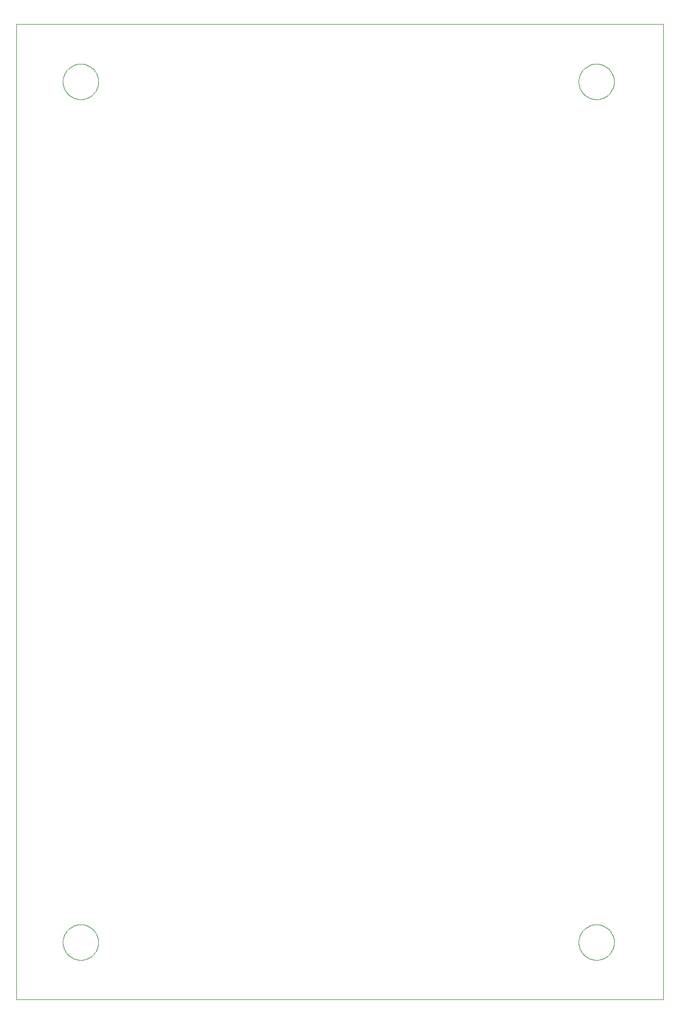
<source format=gm1>
G75*
G70*
%OFA0B0*%
%FSLAX24Y24*%
%IPPOS*%
%LPD*%
%AMOC8*
5,1,8,0,0,1.08239X$1,22.5*
%
%ADD10C,0.0000*%
D10*
X000100Y000100D02*
X039600Y000100D01*
X039600Y059600D01*
X000100Y059600D01*
X000100Y000100D01*
X002954Y003600D02*
X002956Y003665D01*
X002962Y003731D01*
X002972Y003795D01*
X002985Y003859D01*
X003003Y003922D01*
X003024Y003984D01*
X003049Y004044D01*
X003078Y004103D01*
X003110Y004160D01*
X003146Y004215D01*
X003184Y004268D01*
X003226Y004318D01*
X003271Y004366D01*
X003319Y004411D01*
X003369Y004453D01*
X003422Y004491D01*
X003477Y004527D01*
X003534Y004559D01*
X003593Y004588D01*
X003653Y004613D01*
X003715Y004634D01*
X003778Y004652D01*
X003842Y004665D01*
X003906Y004675D01*
X003972Y004681D01*
X004037Y004683D01*
X004102Y004681D01*
X004168Y004675D01*
X004232Y004665D01*
X004296Y004652D01*
X004359Y004634D01*
X004421Y004613D01*
X004481Y004588D01*
X004540Y004559D01*
X004597Y004527D01*
X004652Y004491D01*
X004705Y004453D01*
X004755Y004411D01*
X004803Y004366D01*
X004848Y004318D01*
X004890Y004268D01*
X004928Y004215D01*
X004964Y004160D01*
X004996Y004103D01*
X005025Y004044D01*
X005050Y003984D01*
X005071Y003922D01*
X005089Y003859D01*
X005102Y003795D01*
X005112Y003731D01*
X005118Y003665D01*
X005120Y003600D01*
X005118Y003535D01*
X005112Y003469D01*
X005102Y003405D01*
X005089Y003341D01*
X005071Y003278D01*
X005050Y003216D01*
X005025Y003156D01*
X004996Y003097D01*
X004964Y003040D01*
X004928Y002985D01*
X004890Y002932D01*
X004848Y002882D01*
X004803Y002834D01*
X004755Y002789D01*
X004705Y002747D01*
X004652Y002709D01*
X004597Y002673D01*
X004540Y002641D01*
X004481Y002612D01*
X004421Y002587D01*
X004359Y002566D01*
X004296Y002548D01*
X004232Y002535D01*
X004168Y002525D01*
X004102Y002519D01*
X004037Y002517D01*
X003972Y002519D01*
X003906Y002525D01*
X003842Y002535D01*
X003778Y002548D01*
X003715Y002566D01*
X003653Y002587D01*
X003593Y002612D01*
X003534Y002641D01*
X003477Y002673D01*
X003422Y002709D01*
X003369Y002747D01*
X003319Y002789D01*
X003271Y002834D01*
X003226Y002882D01*
X003184Y002932D01*
X003146Y002985D01*
X003110Y003040D01*
X003078Y003097D01*
X003049Y003156D01*
X003024Y003216D01*
X003003Y003278D01*
X002985Y003341D01*
X002972Y003405D01*
X002962Y003469D01*
X002956Y003535D01*
X002954Y003600D01*
X034450Y003600D02*
X034452Y003665D01*
X034458Y003731D01*
X034468Y003795D01*
X034481Y003859D01*
X034499Y003922D01*
X034520Y003984D01*
X034545Y004044D01*
X034574Y004103D01*
X034606Y004160D01*
X034642Y004215D01*
X034680Y004268D01*
X034722Y004318D01*
X034767Y004366D01*
X034815Y004411D01*
X034865Y004453D01*
X034918Y004491D01*
X034973Y004527D01*
X035030Y004559D01*
X035089Y004588D01*
X035149Y004613D01*
X035211Y004634D01*
X035274Y004652D01*
X035338Y004665D01*
X035402Y004675D01*
X035468Y004681D01*
X035533Y004683D01*
X035598Y004681D01*
X035664Y004675D01*
X035728Y004665D01*
X035792Y004652D01*
X035855Y004634D01*
X035917Y004613D01*
X035977Y004588D01*
X036036Y004559D01*
X036093Y004527D01*
X036148Y004491D01*
X036201Y004453D01*
X036251Y004411D01*
X036299Y004366D01*
X036344Y004318D01*
X036386Y004268D01*
X036424Y004215D01*
X036460Y004160D01*
X036492Y004103D01*
X036521Y004044D01*
X036546Y003984D01*
X036567Y003922D01*
X036585Y003859D01*
X036598Y003795D01*
X036608Y003731D01*
X036614Y003665D01*
X036616Y003600D01*
X036614Y003535D01*
X036608Y003469D01*
X036598Y003405D01*
X036585Y003341D01*
X036567Y003278D01*
X036546Y003216D01*
X036521Y003156D01*
X036492Y003097D01*
X036460Y003040D01*
X036424Y002985D01*
X036386Y002932D01*
X036344Y002882D01*
X036299Y002834D01*
X036251Y002789D01*
X036201Y002747D01*
X036148Y002709D01*
X036093Y002673D01*
X036036Y002641D01*
X035977Y002612D01*
X035917Y002587D01*
X035855Y002566D01*
X035792Y002548D01*
X035728Y002535D01*
X035664Y002525D01*
X035598Y002519D01*
X035533Y002517D01*
X035468Y002519D01*
X035402Y002525D01*
X035338Y002535D01*
X035274Y002548D01*
X035211Y002566D01*
X035149Y002587D01*
X035089Y002612D01*
X035030Y002641D01*
X034973Y002673D01*
X034918Y002709D01*
X034865Y002747D01*
X034815Y002789D01*
X034767Y002834D01*
X034722Y002882D01*
X034680Y002932D01*
X034642Y002985D01*
X034606Y003040D01*
X034574Y003097D01*
X034545Y003156D01*
X034520Y003216D01*
X034499Y003278D01*
X034481Y003341D01*
X034468Y003405D01*
X034458Y003469D01*
X034452Y003535D01*
X034450Y003600D01*
X034450Y056100D02*
X034452Y056165D01*
X034458Y056231D01*
X034468Y056295D01*
X034481Y056359D01*
X034499Y056422D01*
X034520Y056484D01*
X034545Y056544D01*
X034574Y056603D01*
X034606Y056660D01*
X034642Y056715D01*
X034680Y056768D01*
X034722Y056818D01*
X034767Y056866D01*
X034815Y056911D01*
X034865Y056953D01*
X034918Y056991D01*
X034973Y057027D01*
X035030Y057059D01*
X035089Y057088D01*
X035149Y057113D01*
X035211Y057134D01*
X035274Y057152D01*
X035338Y057165D01*
X035402Y057175D01*
X035468Y057181D01*
X035533Y057183D01*
X035598Y057181D01*
X035664Y057175D01*
X035728Y057165D01*
X035792Y057152D01*
X035855Y057134D01*
X035917Y057113D01*
X035977Y057088D01*
X036036Y057059D01*
X036093Y057027D01*
X036148Y056991D01*
X036201Y056953D01*
X036251Y056911D01*
X036299Y056866D01*
X036344Y056818D01*
X036386Y056768D01*
X036424Y056715D01*
X036460Y056660D01*
X036492Y056603D01*
X036521Y056544D01*
X036546Y056484D01*
X036567Y056422D01*
X036585Y056359D01*
X036598Y056295D01*
X036608Y056231D01*
X036614Y056165D01*
X036616Y056100D01*
X036614Y056035D01*
X036608Y055969D01*
X036598Y055905D01*
X036585Y055841D01*
X036567Y055778D01*
X036546Y055716D01*
X036521Y055656D01*
X036492Y055597D01*
X036460Y055540D01*
X036424Y055485D01*
X036386Y055432D01*
X036344Y055382D01*
X036299Y055334D01*
X036251Y055289D01*
X036201Y055247D01*
X036148Y055209D01*
X036093Y055173D01*
X036036Y055141D01*
X035977Y055112D01*
X035917Y055087D01*
X035855Y055066D01*
X035792Y055048D01*
X035728Y055035D01*
X035664Y055025D01*
X035598Y055019D01*
X035533Y055017D01*
X035468Y055019D01*
X035402Y055025D01*
X035338Y055035D01*
X035274Y055048D01*
X035211Y055066D01*
X035149Y055087D01*
X035089Y055112D01*
X035030Y055141D01*
X034973Y055173D01*
X034918Y055209D01*
X034865Y055247D01*
X034815Y055289D01*
X034767Y055334D01*
X034722Y055382D01*
X034680Y055432D01*
X034642Y055485D01*
X034606Y055540D01*
X034574Y055597D01*
X034545Y055656D01*
X034520Y055716D01*
X034499Y055778D01*
X034481Y055841D01*
X034468Y055905D01*
X034458Y055969D01*
X034452Y056035D01*
X034450Y056100D01*
X002954Y056100D02*
X002956Y056165D01*
X002962Y056231D01*
X002972Y056295D01*
X002985Y056359D01*
X003003Y056422D01*
X003024Y056484D01*
X003049Y056544D01*
X003078Y056603D01*
X003110Y056660D01*
X003146Y056715D01*
X003184Y056768D01*
X003226Y056818D01*
X003271Y056866D01*
X003319Y056911D01*
X003369Y056953D01*
X003422Y056991D01*
X003477Y057027D01*
X003534Y057059D01*
X003593Y057088D01*
X003653Y057113D01*
X003715Y057134D01*
X003778Y057152D01*
X003842Y057165D01*
X003906Y057175D01*
X003972Y057181D01*
X004037Y057183D01*
X004102Y057181D01*
X004168Y057175D01*
X004232Y057165D01*
X004296Y057152D01*
X004359Y057134D01*
X004421Y057113D01*
X004481Y057088D01*
X004540Y057059D01*
X004597Y057027D01*
X004652Y056991D01*
X004705Y056953D01*
X004755Y056911D01*
X004803Y056866D01*
X004848Y056818D01*
X004890Y056768D01*
X004928Y056715D01*
X004964Y056660D01*
X004996Y056603D01*
X005025Y056544D01*
X005050Y056484D01*
X005071Y056422D01*
X005089Y056359D01*
X005102Y056295D01*
X005112Y056231D01*
X005118Y056165D01*
X005120Y056100D01*
X005118Y056035D01*
X005112Y055969D01*
X005102Y055905D01*
X005089Y055841D01*
X005071Y055778D01*
X005050Y055716D01*
X005025Y055656D01*
X004996Y055597D01*
X004964Y055540D01*
X004928Y055485D01*
X004890Y055432D01*
X004848Y055382D01*
X004803Y055334D01*
X004755Y055289D01*
X004705Y055247D01*
X004652Y055209D01*
X004597Y055173D01*
X004540Y055141D01*
X004481Y055112D01*
X004421Y055087D01*
X004359Y055066D01*
X004296Y055048D01*
X004232Y055035D01*
X004168Y055025D01*
X004102Y055019D01*
X004037Y055017D01*
X003972Y055019D01*
X003906Y055025D01*
X003842Y055035D01*
X003778Y055048D01*
X003715Y055066D01*
X003653Y055087D01*
X003593Y055112D01*
X003534Y055141D01*
X003477Y055173D01*
X003422Y055209D01*
X003369Y055247D01*
X003319Y055289D01*
X003271Y055334D01*
X003226Y055382D01*
X003184Y055432D01*
X003146Y055485D01*
X003110Y055540D01*
X003078Y055597D01*
X003049Y055656D01*
X003024Y055716D01*
X003003Y055778D01*
X002985Y055841D01*
X002972Y055905D01*
X002962Y055969D01*
X002956Y056035D01*
X002954Y056100D01*
M02*

</source>
